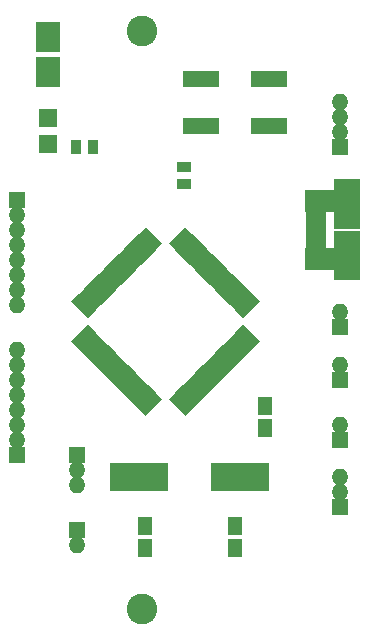
<source format=gts>
%TF.GenerationSoftware,KiCad,Pcbnew,4.0.6*%
%TF.CreationDate,2017-05-25T21:52:32-03:00*%
%TF.ProjectId,np08,6E7030382E6B696361645F7063620000,rev?*%
%TF.FileFunction,Soldermask,Top*%
%FSLAX46Y46*%
G04 Gerber Fmt 4.6, Leading zero omitted, Abs format (unit mm)*
G04 Created by KiCad (PCBNEW 4.0.6) date Thu May 25 21:52:32 2017*
%MOMM*%
%LPD*%
G01*
G04 APERTURE LIST*
%ADD10C,0.100000*%
%ADD11R,2.000000X2.600000*%
%ADD12R,1.150000X1.600000*%
%ADD13R,1.600000X1.600000*%
%ADD14R,1.400000X1.400000*%
%ADD15O,1.400000X1.400000*%
%ADD16R,2.297380X1.573480*%
%ADD17R,2.297380X2.774900*%
%ADD18R,2.500580X1.873200*%
%ADD19R,1.779220X0.849580*%
%ADD20R,0.900000X1.300000*%
%ADD21R,1.300000X0.900000*%
%ADD22R,3.150000X1.400000*%
%ADD23R,4.900000X2.400000*%
%ADD24C,2.600000*%
G04 APERTURE END LIST*
D10*
D11*
X148000000Y-96500000D03*
X148000000Y-93500000D03*
D12*
X156210000Y-136840000D03*
X156210000Y-134940000D03*
X163830000Y-136840000D03*
X163830000Y-134940000D03*
X166370000Y-124780000D03*
X166370000Y-126680000D03*
D13*
X148000000Y-100400000D03*
X148000000Y-102600000D03*
D14*
X172720000Y-133350000D03*
D15*
X172720000Y-132080000D03*
X172720000Y-130810000D03*
D16*
X173355000Y-110693200D03*
X173355000Y-109016800D03*
D17*
X173355000Y-106941620D03*
X173355000Y-112768380D03*
D18*
X171056300Y-107393740D03*
X171056300Y-112316260D03*
D19*
X170695620Y-111155480D03*
X170695620Y-110505240D03*
X170695620Y-109855000D03*
X170695620Y-109204760D03*
X170695620Y-108554520D03*
D14*
X172720000Y-102870000D03*
D15*
X172720000Y-101600000D03*
X172720000Y-100330000D03*
X172720000Y-99060000D03*
D14*
X150495000Y-135255000D03*
D15*
X150495000Y-136525000D03*
D14*
X150495000Y-128905000D03*
D15*
X150495000Y-130175000D03*
X150495000Y-131445000D03*
D14*
X172720000Y-127635000D03*
D15*
X172720000Y-126365000D03*
D14*
X172720000Y-122555000D03*
D15*
X172720000Y-121285000D03*
D14*
X145415000Y-128905000D03*
D15*
X145415000Y-127635000D03*
X145415000Y-126365000D03*
X145415000Y-125095000D03*
X145415000Y-123825000D03*
X145415000Y-122555000D03*
X145415000Y-121285000D03*
X145415000Y-120015000D03*
D14*
X145415000Y-107315000D03*
D15*
X145415000Y-108585000D03*
X145415000Y-109855000D03*
X145415000Y-111125000D03*
X145415000Y-112395000D03*
X145415000Y-113665000D03*
X145415000Y-114935000D03*
X145415000Y-116205000D03*
D14*
X172720000Y-118110000D03*
D15*
X172720000Y-116840000D03*
D20*
X150380000Y-102870000D03*
X151880000Y-102870000D03*
D21*
X159537400Y-106002520D03*
X159537400Y-104502520D03*
D22*
X166710000Y-97060000D03*
X160950000Y-97060000D03*
X160950000Y-101060000D03*
X166710000Y-101060000D03*
D10*
G36*
X150655302Y-119956666D02*
X149976480Y-119277844D01*
X151390694Y-117863630D01*
X152069516Y-118542452D01*
X150655302Y-119956666D01*
X150655302Y-119956666D01*
G37*
G36*
X151220988Y-120522351D02*
X150542166Y-119843529D01*
X151956380Y-118429315D01*
X152635202Y-119108137D01*
X151220988Y-120522351D01*
X151220988Y-120522351D01*
G37*
G36*
X151786673Y-121088036D02*
X151107851Y-120409214D01*
X152522065Y-118995000D01*
X153200887Y-119673822D01*
X151786673Y-121088036D01*
X151786673Y-121088036D01*
G37*
G36*
X152352358Y-121653722D02*
X151673536Y-120974900D01*
X153087750Y-119560686D01*
X153766572Y-120239508D01*
X152352358Y-121653722D01*
X152352358Y-121653722D01*
G37*
G36*
X152918044Y-122219407D02*
X152239222Y-121540585D01*
X153653436Y-120126371D01*
X154332258Y-120805193D01*
X152918044Y-122219407D01*
X152918044Y-122219407D01*
G37*
G36*
X153483729Y-122785093D02*
X152804907Y-122106271D01*
X154219121Y-120692057D01*
X154897943Y-121370879D01*
X153483729Y-122785093D01*
X153483729Y-122785093D01*
G37*
G36*
X154049415Y-123350778D02*
X153370593Y-122671956D01*
X154784807Y-121257742D01*
X155463629Y-121936564D01*
X154049415Y-123350778D01*
X154049415Y-123350778D01*
G37*
G36*
X154615100Y-123916464D02*
X153936278Y-123237642D01*
X155350492Y-121823428D01*
X156029314Y-122502250D01*
X154615100Y-123916464D01*
X154615100Y-123916464D01*
G37*
G36*
X155180786Y-124482149D02*
X154501964Y-123803327D01*
X155916178Y-122389113D01*
X156595000Y-123067935D01*
X155180786Y-124482149D01*
X155180786Y-124482149D01*
G37*
G36*
X155746471Y-125047834D02*
X155067649Y-124369012D01*
X156481863Y-122954798D01*
X157160685Y-123633620D01*
X155746471Y-125047834D01*
X155746471Y-125047834D01*
G37*
G36*
X156312156Y-125613520D02*
X155633334Y-124934698D01*
X157047548Y-123520484D01*
X157726370Y-124199306D01*
X156312156Y-125613520D01*
X156312156Y-125613520D01*
G37*
G36*
X160342666Y-124934698D02*
X159663844Y-125613520D01*
X158249630Y-124199306D01*
X158928452Y-123520484D01*
X160342666Y-124934698D01*
X160342666Y-124934698D01*
G37*
G36*
X160908351Y-124369012D02*
X160229529Y-125047834D01*
X158815315Y-123633620D01*
X159494137Y-122954798D01*
X160908351Y-124369012D01*
X160908351Y-124369012D01*
G37*
G36*
X161474036Y-123803327D02*
X160795214Y-124482149D01*
X159381000Y-123067935D01*
X160059822Y-122389113D01*
X161474036Y-123803327D01*
X161474036Y-123803327D01*
G37*
G36*
X162039722Y-123237642D02*
X161360900Y-123916464D01*
X159946686Y-122502250D01*
X160625508Y-121823428D01*
X162039722Y-123237642D01*
X162039722Y-123237642D01*
G37*
G36*
X162605407Y-122671956D02*
X161926585Y-123350778D01*
X160512371Y-121936564D01*
X161191193Y-121257742D01*
X162605407Y-122671956D01*
X162605407Y-122671956D01*
G37*
G36*
X163171093Y-122106271D02*
X162492271Y-122785093D01*
X161078057Y-121370879D01*
X161756879Y-120692057D01*
X163171093Y-122106271D01*
X163171093Y-122106271D01*
G37*
G36*
X163736778Y-121540585D02*
X163057956Y-122219407D01*
X161643742Y-120805193D01*
X162322564Y-120126371D01*
X163736778Y-121540585D01*
X163736778Y-121540585D01*
G37*
G36*
X164302464Y-120974900D02*
X163623642Y-121653722D01*
X162209428Y-120239508D01*
X162888250Y-119560686D01*
X164302464Y-120974900D01*
X164302464Y-120974900D01*
G37*
G36*
X164868149Y-120409214D02*
X164189327Y-121088036D01*
X162775113Y-119673822D01*
X163453935Y-118995000D01*
X164868149Y-120409214D01*
X164868149Y-120409214D01*
G37*
G36*
X165433834Y-119843529D02*
X164755012Y-120522351D01*
X163340798Y-119108137D01*
X164019620Y-118429315D01*
X165433834Y-119843529D01*
X165433834Y-119843529D01*
G37*
G36*
X165999520Y-119277844D02*
X165320698Y-119956666D01*
X163906484Y-118542452D01*
X164585306Y-117863630D01*
X165999520Y-119277844D01*
X165999520Y-119277844D01*
G37*
G36*
X164585306Y-117340370D02*
X163906484Y-116661548D01*
X165320698Y-115247334D01*
X165999520Y-115926156D01*
X164585306Y-117340370D01*
X164585306Y-117340370D01*
G37*
G36*
X164019620Y-116774685D02*
X163340798Y-116095863D01*
X164755012Y-114681649D01*
X165433834Y-115360471D01*
X164019620Y-116774685D01*
X164019620Y-116774685D01*
G37*
G36*
X163453935Y-116209000D02*
X162775113Y-115530178D01*
X164189327Y-114115964D01*
X164868149Y-114794786D01*
X163453935Y-116209000D01*
X163453935Y-116209000D01*
G37*
G36*
X162888250Y-115643314D02*
X162209428Y-114964492D01*
X163623642Y-113550278D01*
X164302464Y-114229100D01*
X162888250Y-115643314D01*
X162888250Y-115643314D01*
G37*
G36*
X162322564Y-115077629D02*
X161643742Y-114398807D01*
X163057956Y-112984593D01*
X163736778Y-113663415D01*
X162322564Y-115077629D01*
X162322564Y-115077629D01*
G37*
G36*
X161756879Y-114511943D02*
X161078057Y-113833121D01*
X162492271Y-112418907D01*
X163171093Y-113097729D01*
X161756879Y-114511943D01*
X161756879Y-114511943D01*
G37*
G36*
X161191193Y-113946258D02*
X160512371Y-113267436D01*
X161926585Y-111853222D01*
X162605407Y-112532044D01*
X161191193Y-113946258D01*
X161191193Y-113946258D01*
G37*
G36*
X160625508Y-113380572D02*
X159946686Y-112701750D01*
X161360900Y-111287536D01*
X162039722Y-111966358D01*
X160625508Y-113380572D01*
X160625508Y-113380572D01*
G37*
G36*
X160059822Y-112814887D02*
X159381000Y-112136065D01*
X160795214Y-110721851D01*
X161474036Y-111400673D01*
X160059822Y-112814887D01*
X160059822Y-112814887D01*
G37*
G36*
X159494137Y-112249202D02*
X158815315Y-111570380D01*
X160229529Y-110156166D01*
X160908351Y-110834988D01*
X159494137Y-112249202D01*
X159494137Y-112249202D01*
G37*
G36*
X158928452Y-111683516D02*
X158249630Y-111004694D01*
X159663844Y-109590480D01*
X160342666Y-110269302D01*
X158928452Y-111683516D01*
X158928452Y-111683516D01*
G37*
G36*
X157726370Y-111004694D02*
X157047548Y-111683516D01*
X155633334Y-110269302D01*
X156312156Y-109590480D01*
X157726370Y-111004694D01*
X157726370Y-111004694D01*
G37*
G36*
X157160685Y-111570380D02*
X156481863Y-112249202D01*
X155067649Y-110834988D01*
X155746471Y-110156166D01*
X157160685Y-111570380D01*
X157160685Y-111570380D01*
G37*
G36*
X156595000Y-112136065D02*
X155916178Y-112814887D01*
X154501964Y-111400673D01*
X155180786Y-110721851D01*
X156595000Y-112136065D01*
X156595000Y-112136065D01*
G37*
G36*
X156029314Y-112701750D02*
X155350492Y-113380572D01*
X153936278Y-111966358D01*
X154615100Y-111287536D01*
X156029314Y-112701750D01*
X156029314Y-112701750D01*
G37*
G36*
X155463629Y-113267436D02*
X154784807Y-113946258D01*
X153370593Y-112532044D01*
X154049415Y-111853222D01*
X155463629Y-113267436D01*
X155463629Y-113267436D01*
G37*
G36*
X154897943Y-113833121D02*
X154219121Y-114511943D01*
X152804907Y-113097729D01*
X153483729Y-112418907D01*
X154897943Y-113833121D01*
X154897943Y-113833121D01*
G37*
G36*
X154332258Y-114398807D02*
X153653436Y-115077629D01*
X152239222Y-113663415D01*
X152918044Y-112984593D01*
X154332258Y-114398807D01*
X154332258Y-114398807D01*
G37*
G36*
X153766572Y-114964492D02*
X153087750Y-115643314D01*
X151673536Y-114229100D01*
X152352358Y-113550278D01*
X153766572Y-114964492D01*
X153766572Y-114964492D01*
G37*
G36*
X153200887Y-115530178D02*
X152522065Y-116209000D01*
X151107851Y-114794786D01*
X151786673Y-114115964D01*
X153200887Y-115530178D01*
X153200887Y-115530178D01*
G37*
G36*
X152635202Y-116095863D02*
X151956380Y-116774685D01*
X150542166Y-115360471D01*
X151220988Y-114681649D01*
X152635202Y-116095863D01*
X152635202Y-116095863D01*
G37*
G36*
X152069516Y-116661548D02*
X151390694Y-117340370D01*
X149976480Y-115926156D01*
X150655302Y-115247334D01*
X152069516Y-116661548D01*
X152069516Y-116661548D01*
G37*
D23*
X155770000Y-130810000D03*
X164270000Y-130810000D03*
D24*
X156000000Y-93000000D03*
X156000000Y-142000000D03*
M02*

</source>
